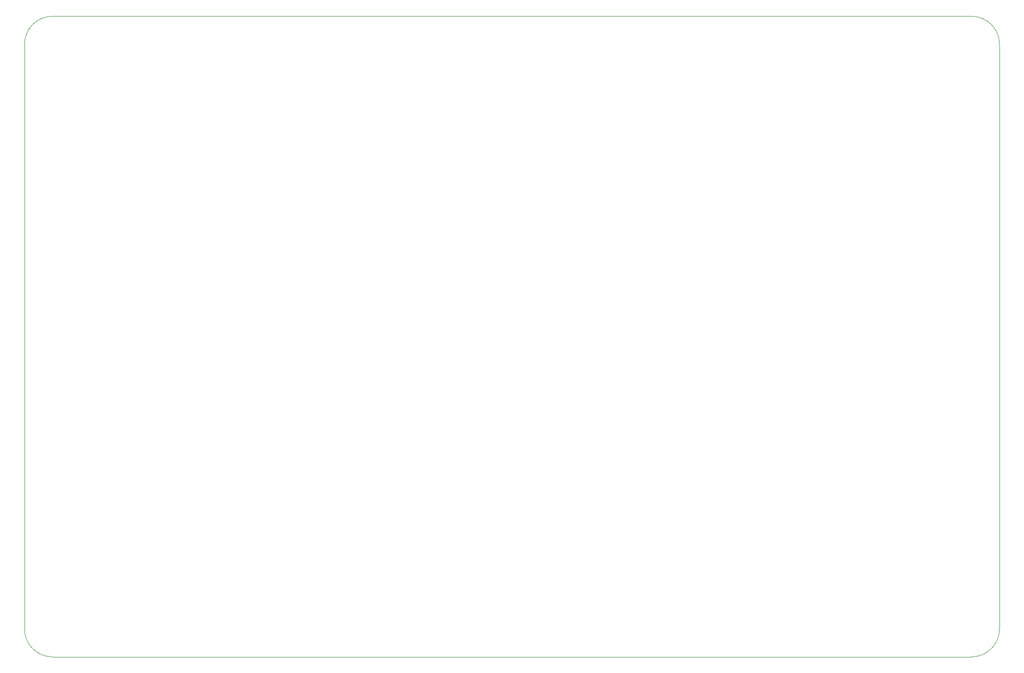
<source format=gbr>
%TF.GenerationSoftware,KiCad,Pcbnew,9.0.4*%
%TF.CreationDate,2025-10-29T20:46:00+01:00*%
%TF.ProjectId,Sterownik_Podlewania V1.1,53746572-6f77-46e6-996b-5f506f646c65,rev?*%
%TF.SameCoordinates,Original*%
%TF.FileFunction,Profile,NP*%
%FSLAX46Y46*%
G04 Gerber Fmt 4.6, Leading zero omitted, Abs format (unit mm)*
G04 Created by KiCad (PCBNEW 9.0.4) date 2025-10-29 20:46:00*
%MOMM*%
%LPD*%
G01*
G04 APERTURE LIST*
%TA.AperFunction,Profile*%
%ADD10C,0.050000*%
%TD*%
G04 APERTURE END LIST*
D10*
X55000000Y-150000000D02*
G75*
G02*
X50000000Y-145000000I0J5000000D01*
G01*
X225000000Y-145000000D02*
G75*
G02*
X220000000Y-150000000I-5000000J0D01*
G01*
X225000000Y-145000000D02*
X225000000Y-40000000D01*
X50000000Y-40000000D02*
G75*
G02*
X55000000Y-35000000I5000000J0D01*
G01*
X220000000Y-35000000D02*
G75*
G02*
X225000000Y-40000000I0J-5000000D01*
G01*
X220000000Y-35000000D02*
X55000000Y-35000000D01*
X50000000Y-40000000D02*
X50000000Y-145000000D01*
X55000000Y-150000000D02*
X220000000Y-150000000D01*
M02*

</source>
